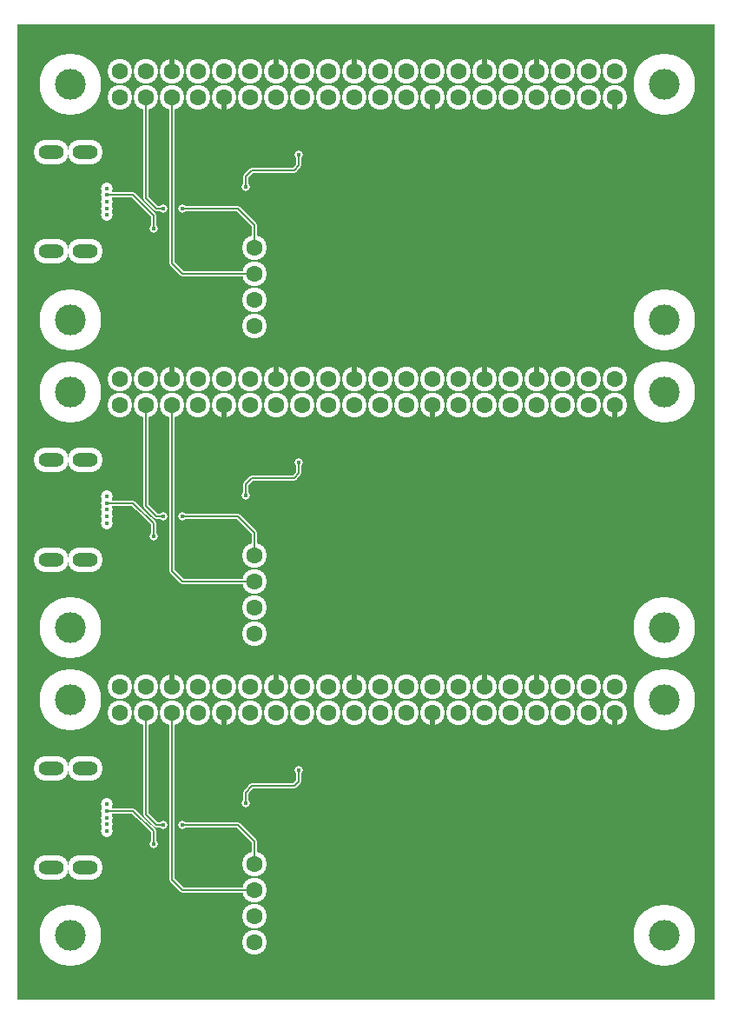
<source format=gbr>
%FSLAX34Y34*%
%MOMM*%
%LNSILK_TOP*%
G71*
G01*
%ADD10C, 6.00*%
%ADD11C, 2.40*%
%ADD12C, 1.20*%
%ADD13C, 0.80*%
%ADD14C, 0.55*%
%ADD15C, 0.53*%
%ADD16C, 3.00*%
%ADD17C, 1.60*%
%ADD18C, 1.40*%
%ADD19C, 0.40*%
%ADD20C, 0.15*%
%LPD*%
G36*
X0Y1000000D02*
X680000Y1000000D01*
X680000Y50000D01*
X0Y50000D01*
X0Y1000000D01*
G37*
%LPC*%
X51197Y941784D02*
G54D10*
D03*
X630634Y712391D02*
G54D10*
D03*
X51197Y712391D02*
G54D10*
D03*
X630634Y941784D02*
G54D10*
D03*
X582612Y954484D02*
G54D11*
D03*
X582611Y929081D02*
G54D11*
D03*
X557212Y954484D02*
G54D11*
D03*
X557212Y929084D02*
G54D11*
D03*
X531812Y954484D02*
G54D11*
D03*
X531812Y929084D02*
G54D11*
D03*
X506411Y954481D02*
G54D11*
D03*
X506412Y929084D02*
G54D11*
D03*
X481012Y954484D02*
G54D11*
D03*
X481012Y929084D02*
G54D11*
D03*
X455611Y954481D02*
G54D11*
D03*
X455612Y929084D02*
G54D11*
D03*
X430212Y954484D02*
G54D11*
D03*
X430212Y929084D02*
G54D11*
D03*
X404812Y954484D02*
G54D11*
D03*
X404811Y929081D02*
G54D11*
D03*
X379412Y954484D02*
G54D11*
D03*
X379412Y929084D02*
G54D11*
D03*
X354012Y954484D02*
G54D11*
D03*
X354012Y929084D02*
G54D11*
D03*
X328611Y954481D02*
G54D11*
D03*
X328612Y929084D02*
G54D11*
D03*
X303212Y954484D02*
G54D11*
D03*
X303212Y929084D02*
G54D11*
D03*
X277812Y954484D02*
G54D11*
D03*
X277812Y929084D02*
G54D11*
D03*
X252411Y954481D02*
G54D11*
D03*
X252412Y929084D02*
G54D11*
D03*
X227012Y954484D02*
G54D11*
D03*
X227012Y929084D02*
G54D11*
D03*
X201612Y954484D02*
G54D11*
D03*
X201611Y929081D02*
G54D11*
D03*
X176212Y954484D02*
G54D11*
D03*
X176212Y929084D02*
G54D11*
D03*
X150811Y954481D02*
G54D11*
D03*
X125412Y954484D02*
G54D11*
D03*
X100012Y954484D02*
G54D11*
D03*
X150812Y929084D02*
G54D11*
D03*
X125412Y929084D02*
G54D11*
D03*
X100012Y929084D02*
G54D11*
D03*
X38307Y875462D02*
G54D11*
D03*
X37910Y875462D02*
G54D11*
D03*
X37513Y875462D02*
G54D11*
D03*
X37116Y875462D02*
G54D11*
D03*
X36719Y875462D02*
G54D11*
D03*
X36322Y875462D02*
G54D11*
D03*
X35926Y875462D02*
G54D11*
D03*
X35529Y875462D02*
G54D11*
D03*
X35132Y875462D02*
G54D11*
D03*
X34735Y875462D02*
G54D11*
D03*
X34338Y875462D02*
G54D11*
D03*
X33941Y875462D02*
G54D11*
D03*
X33544Y875462D02*
G54D11*
D03*
X33147Y875462D02*
G54D11*
D03*
X32750Y875462D02*
G54D11*
D03*
X32354Y875462D02*
G54D11*
D03*
X32354Y875462D02*
G54D11*
D03*
X31957Y875462D02*
G54D11*
D03*
X31560Y875462D02*
G54D11*
D03*
X31163Y875462D02*
G54D11*
D03*
X30766Y875462D02*
G54D11*
D03*
X30369Y875462D02*
G54D11*
D03*
X29972Y875462D02*
G54D11*
D03*
X29576Y875462D02*
G54D11*
D03*
X29179Y875462D02*
G54D11*
D03*
X28782Y875462D02*
G54D11*
D03*
X28385Y875462D02*
G54D11*
D03*
X27988Y875462D02*
G54D11*
D03*
X27591Y875462D02*
G54D11*
D03*
X71247Y778625D02*
G54D11*
D03*
X70850Y778625D02*
G54D11*
D03*
X70454Y778625D02*
G54D11*
D03*
X70057Y778625D02*
G54D11*
D03*
X69660Y778625D02*
G54D11*
D03*
X69263Y778625D02*
G54D11*
D03*
X68866Y778625D02*
G54D11*
D03*
X68469Y778625D02*
G54D11*
D03*
X68072Y778625D02*
G54D11*
D03*
X67676Y778625D02*
G54D11*
D03*
X67279Y778625D02*
G54D11*
D03*
X66882Y778625D02*
G54D11*
D03*
X66485Y778625D02*
G54D11*
D03*
X66088Y778625D02*
G54D11*
D03*
X65691Y778625D02*
G54D11*
D03*
X65294Y778625D02*
G54D11*
D03*
X65294Y778625D02*
G54D11*
D03*
X64897Y778625D02*
G54D11*
D03*
X64500Y778625D02*
G54D11*
D03*
X64104Y778625D02*
G54D11*
D03*
X63707Y778625D02*
G54D11*
D03*
X63310Y778625D02*
G54D11*
D03*
X62913Y778625D02*
G54D11*
D03*
X62516Y778625D02*
G54D11*
D03*
X62119Y778625D02*
G54D11*
D03*
X61722Y778625D02*
G54D11*
D03*
X61326Y778625D02*
G54D11*
D03*
X60929Y778625D02*
G54D11*
D03*
X60532Y778625D02*
G54D11*
D03*
X71247Y875462D02*
G54D11*
D03*
X70850Y875462D02*
G54D11*
D03*
X70454Y875462D02*
G54D11*
D03*
X70057Y875462D02*
G54D11*
D03*
X69660Y875462D02*
G54D11*
D03*
X69263Y875462D02*
G54D11*
D03*
X68866Y875462D02*
G54D11*
D03*
X68469Y875462D02*
G54D11*
D03*
X68072Y875462D02*
G54D11*
D03*
X67676Y875462D02*
G54D11*
D03*
X67279Y875462D02*
G54D11*
D03*
X66882Y875462D02*
G54D11*
D03*
X66485Y875462D02*
G54D11*
D03*
X66088Y875462D02*
G54D11*
D03*
X65691Y875462D02*
G54D11*
D03*
X65294Y875462D02*
G54D11*
D03*
X65294Y875462D02*
G54D11*
D03*
X64897Y875462D02*
G54D11*
D03*
X64500Y875462D02*
G54D11*
D03*
X64104Y875462D02*
G54D11*
D03*
X63707Y875462D02*
G54D11*
D03*
X63310Y875462D02*
G54D11*
D03*
X62913Y875462D02*
G54D11*
D03*
X62516Y875462D02*
G54D11*
D03*
X62119Y875462D02*
G54D11*
D03*
X61722Y875462D02*
G54D11*
D03*
X61326Y875462D02*
G54D11*
D03*
X60929Y875462D02*
G54D11*
D03*
X60532Y875462D02*
G54D11*
D03*
X38307Y778625D02*
G54D11*
D03*
X37910Y778625D02*
G54D11*
D03*
X37513Y778625D02*
G54D11*
D03*
X37116Y778625D02*
G54D11*
D03*
X36719Y778625D02*
G54D11*
D03*
X36322Y778625D02*
G54D11*
D03*
X35926Y778625D02*
G54D11*
D03*
X35529Y778625D02*
G54D11*
D03*
X35132Y778625D02*
G54D11*
D03*
X34735Y778625D02*
G54D11*
D03*
X34338Y778625D02*
G54D11*
D03*
X33941Y778625D02*
G54D11*
D03*
X33544Y778625D02*
G54D11*
D03*
X33147Y778625D02*
G54D11*
D03*
X32750Y778625D02*
G54D11*
D03*
X32354Y778625D02*
G54D11*
D03*
X32354Y778625D02*
G54D11*
D03*
X31957Y778625D02*
G54D11*
D03*
X31560Y778625D02*
G54D11*
D03*
X31163Y778625D02*
G54D11*
D03*
X30766Y778625D02*
G54D11*
D03*
X30369Y778625D02*
G54D11*
D03*
X29972Y778625D02*
G54D11*
D03*
X29576Y778625D02*
G54D11*
D03*
X29179Y778625D02*
G54D11*
D03*
X28782Y778625D02*
G54D11*
D03*
X28385Y778625D02*
G54D11*
D03*
X27988Y778625D02*
G54D11*
D03*
X27591Y778625D02*
G54D11*
D03*
X87114Y833636D02*
G54D12*
D03*
X87114Y827088D02*
G54D12*
D03*
X274241Y873323D02*
G54D13*
D03*
X222250Y841375D02*
G54D13*
D03*
X87114Y840184D02*
G54D12*
D03*
X87114Y820738D02*
G54D12*
D03*
X87114Y814189D02*
G54D12*
D03*
G54D14*
X222250Y841375D02*
X222250Y851694D01*
X228600Y858044D01*
X269875Y858044D01*
X274638Y862806D01*
X274638Y872927D01*
X274241Y873323D01*
X142081Y820341D02*
G54D13*
D03*
X161131Y820341D02*
G54D13*
D03*
G54D14*
X150812Y929084D02*
X150812Y767159D01*
X161131Y756841D01*
X230981Y756841D01*
X230981Y782241D02*
G54D11*
D03*
X230981Y756841D02*
G54D11*
D03*
X230981Y731441D02*
G54D11*
D03*
X230981Y706041D02*
G54D11*
D03*
G54D14*
X125412Y929084D02*
X125412Y830659D01*
X135731Y820341D01*
X142081Y820341D01*
G54D14*
X161131Y820341D02*
X215106Y820341D01*
X230981Y804466D01*
X230981Y782241D01*
X132581Y801266D02*
G54D13*
D03*
G54D14*
X87114Y833636D02*
X112911Y833636D01*
X132556Y813991D01*
X132556Y801291D01*
X132581Y801266D01*
X51197Y641747D02*
G54D10*
D03*
X630634Y412353D02*
G54D10*
D03*
X51197Y412353D02*
G54D10*
D03*
X630634Y641747D02*
G54D10*
D03*
X582612Y654447D02*
G54D11*
D03*
X582611Y629043D02*
G54D11*
D03*
X557212Y654447D02*
G54D11*
D03*
X557212Y629047D02*
G54D11*
D03*
X531812Y654447D02*
G54D11*
D03*
X531812Y629047D02*
G54D11*
D03*
X506411Y654443D02*
G54D11*
D03*
X506412Y629047D02*
G54D11*
D03*
X481012Y654447D02*
G54D11*
D03*
X481012Y629047D02*
G54D11*
D03*
X455611Y654443D02*
G54D11*
D03*
X455612Y629047D02*
G54D11*
D03*
X430212Y654447D02*
G54D11*
D03*
X430212Y629047D02*
G54D11*
D03*
X404812Y654447D02*
G54D11*
D03*
X404811Y629043D02*
G54D11*
D03*
X379412Y654447D02*
G54D11*
D03*
X379412Y629047D02*
G54D11*
D03*
X354012Y654447D02*
G54D11*
D03*
X354012Y629047D02*
G54D11*
D03*
X328611Y654443D02*
G54D11*
D03*
X328612Y629047D02*
G54D11*
D03*
X303212Y654447D02*
G54D11*
D03*
X303212Y629047D02*
G54D11*
D03*
X277812Y654447D02*
G54D11*
D03*
X277812Y629047D02*
G54D11*
D03*
X252411Y654443D02*
G54D11*
D03*
X252412Y629047D02*
G54D11*
D03*
X227012Y654447D02*
G54D11*
D03*
X227012Y629047D02*
G54D11*
D03*
X201612Y654447D02*
G54D11*
D03*
X201611Y629043D02*
G54D11*
D03*
X176212Y654447D02*
G54D11*
D03*
X176212Y629047D02*
G54D11*
D03*
X150811Y654443D02*
G54D11*
D03*
X125412Y654447D02*
G54D11*
D03*
X100012Y654447D02*
G54D11*
D03*
X150812Y629047D02*
G54D11*
D03*
X125412Y629047D02*
G54D11*
D03*
X100012Y629047D02*
G54D11*
D03*
X38307Y575425D02*
G54D11*
D03*
X37910Y575425D02*
G54D11*
D03*
X37513Y575425D02*
G54D11*
D03*
X37116Y575425D02*
G54D11*
D03*
X36719Y575425D02*
G54D11*
D03*
X36322Y575425D02*
G54D11*
D03*
X35926Y575425D02*
G54D11*
D03*
X35529Y575425D02*
G54D11*
D03*
X35132Y575425D02*
G54D11*
D03*
X34735Y575425D02*
G54D11*
D03*
X34338Y575425D02*
G54D11*
D03*
X33941Y575425D02*
G54D11*
D03*
X33544Y575425D02*
G54D11*
D03*
X33147Y575425D02*
G54D11*
D03*
X32750Y575425D02*
G54D11*
D03*
X32354Y575425D02*
G54D11*
D03*
X32354Y575425D02*
G54D11*
D03*
X31957Y575425D02*
G54D11*
D03*
X31560Y575425D02*
G54D11*
D03*
X31163Y575425D02*
G54D11*
D03*
X30766Y575425D02*
G54D11*
D03*
X30369Y575425D02*
G54D11*
D03*
X29972Y575425D02*
G54D11*
D03*
X29576Y575425D02*
G54D11*
D03*
X29179Y575425D02*
G54D11*
D03*
X28782Y575425D02*
G54D11*
D03*
X28385Y575425D02*
G54D11*
D03*
X27988Y575425D02*
G54D11*
D03*
X27591Y575425D02*
G54D11*
D03*
X71247Y478588D02*
G54D11*
D03*
X70850Y478588D02*
G54D11*
D03*
X70454Y478588D02*
G54D11*
D03*
X70057Y478588D02*
G54D11*
D03*
X69660Y478588D02*
G54D11*
D03*
X69263Y478588D02*
G54D11*
D03*
X68866Y478588D02*
G54D11*
D03*
X68469Y478588D02*
G54D11*
D03*
X68072Y478588D02*
G54D11*
D03*
X67676Y478588D02*
G54D11*
D03*
X67279Y478588D02*
G54D11*
D03*
X66882Y478588D02*
G54D11*
D03*
X66485Y478588D02*
G54D11*
D03*
X66088Y478588D02*
G54D11*
D03*
X65691Y478588D02*
G54D11*
D03*
X65294Y478588D02*
G54D11*
D03*
X65294Y478588D02*
G54D11*
D03*
X64897Y478588D02*
G54D11*
D03*
X64500Y478588D02*
G54D11*
D03*
X64104Y478588D02*
G54D11*
D03*
X63707Y478588D02*
G54D11*
D03*
X63310Y478588D02*
G54D11*
D03*
X62913Y478588D02*
G54D11*
D03*
X62516Y478588D02*
G54D11*
D03*
X62119Y478588D02*
G54D11*
D03*
X61722Y478588D02*
G54D11*
D03*
X61326Y478588D02*
G54D11*
D03*
X60929Y478588D02*
G54D11*
D03*
X60532Y478588D02*
G54D11*
D03*
X71247Y575425D02*
G54D11*
D03*
X70850Y575425D02*
G54D11*
D03*
X70454Y575425D02*
G54D11*
D03*
X70057Y575425D02*
G54D11*
D03*
X69660Y575425D02*
G54D11*
D03*
X69263Y575425D02*
G54D11*
D03*
X68866Y575425D02*
G54D11*
D03*
X68469Y575425D02*
G54D11*
D03*
X68072Y575425D02*
G54D11*
D03*
X67676Y575425D02*
G54D11*
D03*
X67279Y575425D02*
G54D11*
D03*
X66882Y575425D02*
G54D11*
D03*
X66485Y575425D02*
G54D11*
D03*
X66088Y575425D02*
G54D11*
D03*
X65691Y575425D02*
G54D11*
D03*
X65294Y575425D02*
G54D11*
D03*
X65294Y575425D02*
G54D11*
D03*
X64897Y575425D02*
G54D11*
D03*
X64500Y575425D02*
G54D11*
D03*
X64104Y575425D02*
G54D11*
D03*
X63707Y575425D02*
G54D11*
D03*
X63310Y575425D02*
G54D11*
D03*
X62913Y575425D02*
G54D11*
D03*
X62516Y575425D02*
G54D11*
D03*
X62119Y575425D02*
G54D11*
D03*
X61722Y575425D02*
G54D11*
D03*
X61326Y575425D02*
G54D11*
D03*
X60929Y575425D02*
G54D11*
D03*
X60532Y575425D02*
G54D11*
D03*
X38307Y478588D02*
G54D11*
D03*
X37910Y478588D02*
G54D11*
D03*
X37513Y478588D02*
G54D11*
D03*
X37116Y478588D02*
G54D11*
D03*
X36719Y478588D02*
G54D11*
D03*
X36322Y478588D02*
G54D11*
D03*
X35926Y478588D02*
G54D11*
D03*
X35529Y478588D02*
G54D11*
D03*
X35132Y478588D02*
G54D11*
D03*
X34735Y478588D02*
G54D11*
D03*
X34338Y478588D02*
G54D11*
D03*
X33941Y478588D02*
G54D11*
D03*
X33544Y478588D02*
G54D11*
D03*
X33147Y478588D02*
G54D11*
D03*
X32750Y478588D02*
G54D11*
D03*
X32354Y478588D02*
G54D11*
D03*
X32354Y478588D02*
G54D11*
D03*
X31957Y478588D02*
G54D11*
D03*
X31560Y478588D02*
G54D11*
D03*
X31163Y478588D02*
G54D11*
D03*
X30766Y478588D02*
G54D11*
D03*
X30369Y478588D02*
G54D11*
D03*
X29972Y478588D02*
G54D11*
D03*
X29576Y478588D02*
G54D11*
D03*
X29179Y478588D02*
G54D11*
D03*
X28782Y478588D02*
G54D11*
D03*
X28385Y478588D02*
G54D11*
D03*
X27988Y478588D02*
G54D11*
D03*
X27591Y478588D02*
G54D11*
D03*
X87114Y533598D02*
G54D12*
D03*
X87114Y527050D02*
G54D12*
D03*
X274241Y573286D02*
G54D13*
D03*
X222250Y541338D02*
G54D13*
D03*
X87114Y540147D02*
G54D12*
D03*
X87114Y520700D02*
G54D12*
D03*
X87114Y514152D02*
G54D12*
D03*
G54D14*
X222250Y541338D02*
X222250Y551656D01*
X228600Y558006D01*
X269875Y558006D01*
X274638Y562769D01*
X274638Y572889D01*
X274241Y573286D01*
X142081Y520303D02*
G54D13*
D03*
X161131Y520303D02*
G54D13*
D03*
G54D14*
X150812Y629047D02*
X150812Y467122D01*
X161131Y456803D01*
X230981Y456803D01*
X230981Y482203D02*
G54D11*
D03*
X230981Y456803D02*
G54D11*
D03*
X230981Y431403D02*
G54D11*
D03*
X230981Y406003D02*
G54D11*
D03*
G54D14*
X125412Y629047D02*
X125412Y530622D01*
X135731Y520303D01*
X142081Y520303D01*
G54D14*
X161131Y520303D02*
X215106Y520303D01*
X230981Y504428D01*
X230981Y482203D01*
X132581Y501228D02*
G54D13*
D03*
G54D14*
X87114Y533598D02*
X112911Y533598D01*
X132556Y513953D01*
X132556Y501253D01*
X132581Y501228D01*
X51197Y341709D02*
G54D10*
D03*
X630634Y112316D02*
G54D10*
D03*
X51197Y112316D02*
G54D10*
D03*
X630634Y341709D02*
G54D10*
D03*
X582612Y354409D02*
G54D11*
D03*
X582611Y329006D02*
G54D11*
D03*
X557212Y354409D02*
G54D11*
D03*
X557212Y329009D02*
G54D11*
D03*
X531812Y354409D02*
G54D11*
D03*
X531812Y329009D02*
G54D11*
D03*
X506411Y354406D02*
G54D11*
D03*
X506412Y329009D02*
G54D11*
D03*
X481012Y354409D02*
G54D11*
D03*
X481012Y329009D02*
G54D11*
D03*
X455611Y354406D02*
G54D11*
D03*
X455612Y329009D02*
G54D11*
D03*
X430212Y354409D02*
G54D11*
D03*
X430212Y329009D02*
G54D11*
D03*
X404812Y354409D02*
G54D11*
D03*
X404811Y329006D02*
G54D11*
D03*
X379412Y354409D02*
G54D11*
D03*
X379412Y329009D02*
G54D11*
D03*
X354012Y354409D02*
G54D11*
D03*
X354012Y329009D02*
G54D11*
D03*
X328611Y354406D02*
G54D11*
D03*
X328612Y329009D02*
G54D11*
D03*
X303212Y354409D02*
G54D11*
D03*
X303212Y329009D02*
G54D11*
D03*
X277812Y354409D02*
G54D11*
D03*
X277812Y329009D02*
G54D11*
D03*
X252411Y354406D02*
G54D11*
D03*
X252412Y329009D02*
G54D11*
D03*
X227012Y354409D02*
G54D11*
D03*
X227012Y329009D02*
G54D11*
D03*
X201612Y354409D02*
G54D11*
D03*
X201611Y329006D02*
G54D11*
D03*
X176212Y354409D02*
G54D11*
D03*
X176212Y329009D02*
G54D11*
D03*
X150811Y354406D02*
G54D11*
D03*
X125412Y354409D02*
G54D11*
D03*
X100012Y354409D02*
G54D11*
D03*
X150812Y329009D02*
G54D11*
D03*
X125412Y329009D02*
G54D11*
D03*
X100012Y329009D02*
G54D11*
D03*
X38307Y275388D02*
G54D11*
D03*
X37910Y275388D02*
G54D11*
D03*
X37513Y275388D02*
G54D11*
D03*
X37116Y275388D02*
G54D11*
D03*
X36719Y275388D02*
G54D11*
D03*
X36322Y275388D02*
G54D11*
D03*
X35926Y275388D02*
G54D11*
D03*
X35529Y275388D02*
G54D11*
D03*
X35132Y275388D02*
G54D11*
D03*
X34735Y275388D02*
G54D11*
D03*
X34338Y275388D02*
G54D11*
D03*
X33941Y275388D02*
G54D11*
D03*
X33544Y275388D02*
G54D11*
D03*
X33147Y275388D02*
G54D11*
D03*
X32750Y275388D02*
G54D11*
D03*
X32354Y275388D02*
G54D11*
D03*
X32354Y275388D02*
G54D11*
D03*
X31957Y275388D02*
G54D11*
D03*
X31560Y275388D02*
G54D11*
D03*
X31163Y275388D02*
G54D11*
D03*
X30766Y275388D02*
G54D11*
D03*
X30369Y275388D02*
G54D11*
D03*
X29972Y275388D02*
G54D11*
D03*
X29576Y275388D02*
G54D11*
D03*
X29179Y275388D02*
G54D11*
D03*
X28782Y275388D02*
G54D11*
D03*
X28385Y275388D02*
G54D11*
D03*
X27988Y275388D02*
G54D11*
D03*
X27591Y275388D02*
G54D11*
D03*
X71247Y178550D02*
G54D11*
D03*
X70850Y178550D02*
G54D11*
D03*
X70454Y178550D02*
G54D11*
D03*
X70057Y178550D02*
G54D11*
D03*
X69660Y178550D02*
G54D11*
D03*
X69263Y178550D02*
G54D11*
D03*
X68866Y178550D02*
G54D11*
D03*
X68469Y178550D02*
G54D11*
D03*
X68072Y178550D02*
G54D11*
D03*
X67676Y178550D02*
G54D11*
D03*
X67279Y178550D02*
G54D11*
D03*
X66882Y178550D02*
G54D11*
D03*
X66485Y178550D02*
G54D11*
D03*
X66088Y178550D02*
G54D11*
D03*
X65691Y178550D02*
G54D11*
D03*
X65294Y178550D02*
G54D11*
D03*
X65294Y178550D02*
G54D11*
D03*
X64897Y178550D02*
G54D11*
D03*
X64500Y178550D02*
G54D11*
D03*
X64104Y178550D02*
G54D11*
D03*
X63707Y178550D02*
G54D11*
D03*
X63310Y178550D02*
G54D11*
D03*
X62913Y178550D02*
G54D11*
D03*
X62516Y178550D02*
G54D11*
D03*
X62119Y178550D02*
G54D11*
D03*
X61722Y178550D02*
G54D11*
D03*
X61326Y178550D02*
G54D11*
D03*
X60929Y178550D02*
G54D11*
D03*
X60532Y178550D02*
G54D11*
D03*
X71247Y275388D02*
G54D11*
D03*
X70850Y275388D02*
G54D11*
D03*
X70454Y275388D02*
G54D11*
D03*
X70057Y275388D02*
G54D11*
D03*
X69660Y275388D02*
G54D11*
D03*
X69263Y275388D02*
G54D11*
D03*
X68866Y275388D02*
G54D11*
D03*
X68469Y275388D02*
G54D11*
D03*
X68072Y275388D02*
G54D11*
D03*
X67676Y275388D02*
G54D11*
D03*
X67279Y275388D02*
G54D11*
D03*
X66882Y275388D02*
G54D11*
D03*
X66485Y275388D02*
G54D11*
D03*
X66088Y275388D02*
G54D11*
D03*
X65691Y275388D02*
G54D11*
D03*
X65294Y275388D02*
G54D11*
D03*
X65294Y275388D02*
G54D11*
D03*
X64897Y275388D02*
G54D11*
D03*
X64500Y275388D02*
G54D11*
D03*
X64104Y275388D02*
G54D11*
D03*
X63707Y275388D02*
G54D11*
D03*
X63310Y275388D02*
G54D11*
D03*
X62913Y275388D02*
G54D11*
D03*
X62516Y275388D02*
G54D11*
D03*
X62119Y275388D02*
G54D11*
D03*
X61722Y275388D02*
G54D11*
D03*
X61326Y275388D02*
G54D11*
D03*
X60929Y275388D02*
G54D11*
D03*
X60532Y275388D02*
G54D11*
D03*
X38307Y178550D02*
G54D11*
D03*
X37910Y178550D02*
G54D11*
D03*
X37513Y178550D02*
G54D11*
D03*
X37116Y178550D02*
G54D11*
D03*
X36719Y178550D02*
G54D11*
D03*
X36322Y178550D02*
G54D11*
D03*
X35926Y178550D02*
G54D11*
D03*
X35529Y178550D02*
G54D11*
D03*
X35132Y178550D02*
G54D11*
D03*
X34735Y178550D02*
G54D11*
D03*
X34338Y178550D02*
G54D11*
D03*
X33941Y178550D02*
G54D11*
D03*
X33544Y178550D02*
G54D11*
D03*
X33147Y178550D02*
G54D11*
D03*
X32750Y178550D02*
G54D11*
D03*
X32354Y178550D02*
G54D11*
D03*
X32354Y178550D02*
G54D11*
D03*
X31957Y178550D02*
G54D11*
D03*
X31560Y178550D02*
G54D11*
D03*
X31163Y178550D02*
G54D11*
D03*
X30766Y178550D02*
G54D11*
D03*
X30369Y178550D02*
G54D11*
D03*
X29972Y178550D02*
G54D11*
D03*
X29576Y178550D02*
G54D11*
D03*
X29179Y178550D02*
G54D11*
D03*
X28782Y178550D02*
G54D11*
D03*
X28385Y178550D02*
G54D11*
D03*
X27988Y178550D02*
G54D11*
D03*
X27591Y178550D02*
G54D11*
D03*
X87114Y233561D02*
G54D12*
D03*
X87114Y227012D02*
G54D12*
D03*
X274241Y273248D02*
G54D13*
D03*
X222250Y241300D02*
G54D13*
D03*
X87114Y240109D02*
G54D12*
D03*
X87114Y220662D02*
G54D12*
D03*
X87114Y214114D02*
G54D12*
D03*
G54D14*
X222250Y241300D02*
X222250Y251619D01*
X228600Y257969D01*
X269875Y257969D01*
X274638Y262731D01*
X274638Y272852D01*
X274241Y273248D01*
X142081Y220266D02*
G54D13*
D03*
X161131Y220266D02*
G54D13*
D03*
G54D14*
X150812Y329009D02*
X150812Y167084D01*
X161131Y156766D01*
X230981Y156766D01*
X230981Y182166D02*
G54D11*
D03*
X230981Y156766D02*
G54D11*
D03*
X230981Y131366D02*
G54D11*
D03*
X230981Y105966D02*
G54D11*
D03*
G54D14*
X125412Y329009D02*
X125412Y230584D01*
X135731Y220266D01*
X142081Y220266D01*
G54D14*
X161131Y220266D02*
X215106Y220266D01*
X230981Y204391D01*
X230981Y182166D01*
X132581Y201191D02*
G54D13*
D03*
G54D14*
X87114Y233561D02*
X112911Y233561D01*
X132556Y213916D01*
X132556Y201216D01*
X132581Y201191D01*
%LPD*%
G54D15*
G36*
X585278Y929081D02*
X585278Y916581D01*
X579945Y916581D01*
X579945Y929081D01*
X585278Y929081D01*
G37*
G54D15*
G36*
X503745Y954481D02*
X503745Y966981D01*
X509078Y966981D01*
X509078Y954481D01*
X503745Y954481D01*
G37*
G54D15*
G36*
X452945Y954481D02*
X452945Y966981D01*
X458278Y966981D01*
X458278Y954481D01*
X452945Y954481D01*
G37*
G54D15*
G36*
X407478Y929081D02*
X407478Y916581D01*
X402145Y916581D01*
X402145Y929081D01*
X407478Y929081D01*
G37*
G54D15*
G36*
X325945Y954481D02*
X325945Y966981D01*
X331278Y966981D01*
X331278Y954481D01*
X325945Y954481D01*
G37*
G54D15*
G36*
X249745Y954481D02*
X249745Y966981D01*
X255078Y966981D01*
X255078Y954481D01*
X249745Y954481D01*
G37*
G54D15*
G36*
X204278Y929081D02*
X204278Y916581D01*
X198945Y916581D01*
X198945Y929081D01*
X204278Y929081D01*
G37*
G54D15*
G36*
X148145Y954481D02*
X148145Y966981D01*
X153478Y966981D01*
X153478Y954481D01*
X148145Y954481D01*
G37*
G54D15*
G36*
X585278Y629043D02*
X585278Y616543D01*
X579945Y616543D01*
X579945Y629043D01*
X585278Y629043D01*
G37*
G54D15*
G36*
X503745Y654443D02*
X503745Y666943D01*
X509078Y666943D01*
X509078Y654443D01*
X503745Y654443D01*
G37*
G54D15*
G36*
X452945Y654443D02*
X452945Y666943D01*
X458278Y666943D01*
X458278Y654443D01*
X452945Y654443D01*
G37*
G54D15*
G36*
X407478Y629043D02*
X407478Y616543D01*
X402145Y616543D01*
X402145Y629043D01*
X407478Y629043D01*
G37*
G54D15*
G36*
X325945Y654443D02*
X325945Y666943D01*
X331278Y666943D01*
X331278Y654443D01*
X325945Y654443D01*
G37*
G54D15*
G36*
X249745Y654443D02*
X249745Y666943D01*
X255078Y666943D01*
X255078Y654443D01*
X249745Y654443D01*
G37*
G54D15*
G36*
X204278Y629043D02*
X204278Y616543D01*
X198945Y616543D01*
X198945Y629043D01*
X204278Y629043D01*
G37*
G54D15*
G36*
X148145Y654443D02*
X148145Y666943D01*
X153478Y666943D01*
X153478Y654443D01*
X148145Y654443D01*
G37*
G54D15*
G36*
X585278Y329006D02*
X585278Y316506D01*
X579945Y316506D01*
X579945Y329006D01*
X585278Y329006D01*
G37*
G54D15*
G36*
X503745Y354406D02*
X503745Y366906D01*
X509078Y366906D01*
X509078Y354406D01*
X503745Y354406D01*
G37*
G54D15*
G36*
X452945Y354406D02*
X452945Y366906D01*
X458278Y366906D01*
X458278Y354406D01*
X452945Y354406D01*
G37*
G54D15*
G36*
X407478Y329006D02*
X407478Y316506D01*
X402145Y316506D01*
X402145Y329006D01*
X407478Y329006D01*
G37*
G54D15*
G36*
X325945Y354406D02*
X325945Y366906D01*
X331278Y366906D01*
X331278Y354406D01*
X325945Y354406D01*
G37*
G54D15*
G36*
X249745Y354406D02*
X249745Y366906D01*
X255078Y366906D01*
X255078Y354406D01*
X249745Y354406D01*
G37*
G54D15*
G36*
X204278Y329006D02*
X204278Y316506D01*
X198945Y316506D01*
X198945Y329006D01*
X204278Y329006D01*
G37*
G54D15*
G36*
X148145Y354406D02*
X148145Y366906D01*
X153478Y366906D01*
X153478Y354406D01*
X148145Y354406D01*
G37*
X51197Y941784D02*
G54D16*
D03*
X630634Y712391D02*
G54D16*
D03*
X51197Y712391D02*
G54D16*
D03*
X630634Y941784D02*
G54D16*
D03*
X582612Y954484D02*
G54D17*
D03*
X582611Y929081D02*
G54D17*
D03*
X557212Y954484D02*
G54D17*
D03*
X557212Y929084D02*
G54D17*
D03*
X531812Y954484D02*
G54D17*
D03*
X531812Y929084D02*
G54D17*
D03*
X506411Y954481D02*
G54D17*
D03*
X506412Y929084D02*
G54D17*
D03*
X481012Y954484D02*
G54D17*
D03*
X481012Y929084D02*
G54D17*
D03*
X455611Y954481D02*
G54D17*
D03*
X455612Y929084D02*
G54D17*
D03*
X430212Y954484D02*
G54D17*
D03*
X430212Y929084D02*
G54D17*
D03*
X404812Y954484D02*
G54D17*
D03*
X404811Y929081D02*
G54D17*
D03*
X379412Y954484D02*
G54D17*
D03*
X379412Y929084D02*
G54D17*
D03*
X354012Y954484D02*
G54D17*
D03*
X354012Y929084D02*
G54D17*
D03*
X328611Y954481D02*
G54D17*
D03*
X328612Y929084D02*
G54D17*
D03*
X303212Y954484D02*
G54D17*
D03*
X303212Y929084D02*
G54D17*
D03*
X277812Y954484D02*
G54D17*
D03*
X277812Y929084D02*
G54D17*
D03*
X252411Y954481D02*
G54D17*
D03*
X252412Y929084D02*
G54D17*
D03*
X227012Y954484D02*
G54D17*
D03*
X227012Y929084D02*
G54D17*
D03*
X201612Y954484D02*
G54D17*
D03*
X201611Y929081D02*
G54D17*
D03*
X176212Y954484D02*
G54D17*
D03*
X176212Y929084D02*
G54D17*
D03*
X150811Y954481D02*
G54D17*
D03*
X125412Y954484D02*
G54D17*
D03*
X100012Y954484D02*
G54D17*
D03*
X150812Y929084D02*
G54D17*
D03*
X125412Y929084D02*
G54D17*
D03*
X100012Y929084D02*
G54D17*
D03*
X38307Y875462D02*
G54D18*
D03*
X37910Y875462D02*
G54D18*
D03*
X37513Y875462D02*
G54D18*
D03*
X37116Y875462D02*
G54D18*
D03*
X36719Y875462D02*
G54D18*
D03*
X36322Y875462D02*
G54D18*
D03*
X35926Y875462D02*
G54D18*
D03*
X35529Y875462D02*
G54D18*
D03*
X35132Y875462D02*
G54D18*
D03*
X34735Y875462D02*
G54D18*
D03*
X34338Y875462D02*
G54D18*
D03*
X33941Y875462D02*
G54D18*
D03*
X33544Y875462D02*
G54D18*
D03*
X33147Y875462D02*
G54D18*
D03*
X32750Y875462D02*
G54D18*
D03*
X32354Y875462D02*
G54D18*
D03*
X32354Y875462D02*
G54D18*
D03*
X31957Y875462D02*
G54D18*
D03*
X31560Y875462D02*
G54D18*
D03*
X31163Y875462D02*
G54D18*
D03*
X30766Y875462D02*
G54D18*
D03*
X30369Y875462D02*
G54D18*
D03*
X29972Y875462D02*
G54D18*
D03*
X29576Y875462D02*
G54D18*
D03*
X29179Y875462D02*
G54D18*
D03*
X28782Y875462D02*
G54D18*
D03*
X28385Y875462D02*
G54D18*
D03*
X27988Y875462D02*
G54D18*
D03*
X27591Y875462D02*
G54D18*
D03*
X71247Y778625D02*
G54D18*
D03*
X70850Y778625D02*
G54D18*
D03*
X70454Y778625D02*
G54D18*
D03*
X70057Y778625D02*
G54D18*
D03*
X69660Y778625D02*
G54D18*
D03*
X69263Y778625D02*
G54D18*
D03*
X68866Y778625D02*
G54D18*
D03*
X68469Y778625D02*
G54D18*
D03*
X68072Y778625D02*
G54D18*
D03*
X67676Y778625D02*
G54D18*
D03*
X67279Y778625D02*
G54D18*
D03*
X66882Y778625D02*
G54D18*
D03*
X66485Y778625D02*
G54D18*
D03*
X66088Y778625D02*
G54D18*
D03*
X65691Y778625D02*
G54D18*
D03*
X65294Y778625D02*
G54D18*
D03*
X65294Y778625D02*
G54D18*
D03*
X64897Y778625D02*
G54D18*
D03*
X64500Y778625D02*
G54D18*
D03*
X64104Y778625D02*
G54D18*
D03*
X63707Y778625D02*
G54D18*
D03*
X63310Y778625D02*
G54D18*
D03*
X62913Y778625D02*
G54D18*
D03*
X62516Y778625D02*
G54D18*
D03*
X62119Y778625D02*
G54D18*
D03*
X61722Y778625D02*
G54D18*
D03*
X61326Y778625D02*
G54D18*
D03*
X60929Y778625D02*
G54D18*
D03*
X60532Y778625D02*
G54D18*
D03*
X71247Y875462D02*
G54D18*
D03*
X70850Y875462D02*
G54D18*
D03*
X70454Y875462D02*
G54D18*
D03*
X70057Y875462D02*
G54D18*
D03*
X69660Y875462D02*
G54D18*
D03*
X69263Y875462D02*
G54D18*
D03*
X68866Y875462D02*
G54D18*
D03*
X68469Y875462D02*
G54D18*
D03*
X68072Y875462D02*
G54D18*
D03*
X67676Y875462D02*
G54D18*
D03*
X67279Y875462D02*
G54D18*
D03*
X66882Y875462D02*
G54D18*
D03*
X66485Y875462D02*
G54D18*
D03*
X66088Y875462D02*
G54D18*
D03*
X65691Y875462D02*
G54D18*
D03*
X65294Y875462D02*
G54D18*
D03*
X65294Y875462D02*
G54D18*
D03*
X64897Y875462D02*
G54D18*
D03*
X64500Y875462D02*
G54D18*
D03*
X64104Y875462D02*
G54D18*
D03*
X63707Y875462D02*
G54D18*
D03*
X63310Y875462D02*
G54D18*
D03*
X62913Y875462D02*
G54D18*
D03*
X62516Y875462D02*
G54D18*
D03*
X62119Y875462D02*
G54D18*
D03*
X61722Y875462D02*
G54D18*
D03*
X61326Y875462D02*
G54D18*
D03*
X60929Y875462D02*
G54D18*
D03*
X60532Y875462D02*
G54D18*
D03*
X38307Y778625D02*
G54D18*
D03*
X37910Y778625D02*
G54D18*
D03*
X37513Y778625D02*
G54D18*
D03*
X37116Y778625D02*
G54D18*
D03*
X36719Y778625D02*
G54D18*
D03*
X36322Y778625D02*
G54D18*
D03*
X35926Y778625D02*
G54D18*
D03*
X35529Y778625D02*
G54D18*
D03*
X35132Y778625D02*
G54D18*
D03*
X34735Y778625D02*
G54D18*
D03*
X34338Y778625D02*
G54D18*
D03*
X33941Y778625D02*
G54D18*
D03*
X33544Y778625D02*
G54D18*
D03*
X33147Y778625D02*
G54D18*
D03*
X32750Y778625D02*
G54D18*
D03*
X32354Y778625D02*
G54D18*
D03*
X32354Y778625D02*
G54D18*
D03*
X31957Y778625D02*
G54D18*
D03*
X31560Y778625D02*
G54D18*
D03*
X31163Y778625D02*
G54D18*
D03*
X30766Y778625D02*
G54D18*
D03*
X30369Y778625D02*
G54D18*
D03*
X29972Y778625D02*
G54D18*
D03*
X29576Y778625D02*
G54D18*
D03*
X29179Y778625D02*
G54D18*
D03*
X28782Y778625D02*
G54D18*
D03*
X28385Y778625D02*
G54D18*
D03*
X27988Y778625D02*
G54D18*
D03*
X27591Y778625D02*
G54D18*
D03*
X87114Y833636D02*
G54D19*
D03*
X87114Y827088D02*
G54D19*
D03*
X274241Y873323D02*
G54D19*
D03*
X222250Y841375D02*
G54D19*
D03*
X87114Y840184D02*
G54D19*
D03*
X87114Y820738D02*
G54D19*
D03*
X87114Y814189D02*
G54D19*
D03*
G54D20*
X222250Y841375D02*
X222250Y851694D01*
X228600Y858044D01*
X269875Y858044D01*
X274638Y862806D01*
X274638Y872927D01*
X274241Y873323D01*
X142081Y820341D02*
G54D19*
D03*
X161131Y820341D02*
G54D19*
D03*
G54D20*
X150812Y929084D02*
X150812Y767159D01*
X161131Y756841D01*
X230981Y756841D01*
X230981Y782241D02*
G54D17*
D03*
X230981Y756841D02*
G54D17*
D03*
X230981Y731441D02*
G54D17*
D03*
X230981Y706041D02*
G54D17*
D03*
G54D20*
X125412Y929084D02*
X125412Y830659D01*
X135731Y820341D01*
X142081Y820341D01*
G54D20*
X161131Y820341D02*
X215106Y820341D01*
X230981Y804466D01*
X230981Y782241D01*
X132581Y801266D02*
G54D19*
D03*
G54D20*
X87114Y833636D02*
X112911Y833636D01*
X132556Y813991D01*
X132556Y801291D01*
X132581Y801266D01*
X51197Y641747D02*
G54D16*
D03*
X630634Y412353D02*
G54D16*
D03*
X51197Y412353D02*
G54D16*
D03*
X630634Y641747D02*
G54D16*
D03*
X582612Y654447D02*
G54D17*
D03*
X582611Y629043D02*
G54D17*
D03*
X557212Y654447D02*
G54D17*
D03*
X557212Y629047D02*
G54D17*
D03*
X531812Y654447D02*
G54D17*
D03*
X531812Y629047D02*
G54D17*
D03*
X506411Y654443D02*
G54D17*
D03*
X506412Y629047D02*
G54D17*
D03*
X481012Y654447D02*
G54D17*
D03*
X481012Y629047D02*
G54D17*
D03*
X455611Y654443D02*
G54D17*
D03*
X455612Y629047D02*
G54D17*
D03*
X430212Y654447D02*
G54D17*
D03*
X430212Y629047D02*
G54D17*
D03*
X404812Y654447D02*
G54D17*
D03*
X404811Y629043D02*
G54D17*
D03*
X379412Y654447D02*
G54D17*
D03*
X379412Y629047D02*
G54D17*
D03*
X354012Y654447D02*
G54D17*
D03*
X354012Y629047D02*
G54D17*
D03*
X328611Y654443D02*
G54D17*
D03*
X328612Y629047D02*
G54D17*
D03*
X303212Y654447D02*
G54D17*
D03*
X303212Y629047D02*
G54D17*
D03*
X277812Y654447D02*
G54D17*
D03*
X277812Y629047D02*
G54D17*
D03*
X252411Y654443D02*
G54D17*
D03*
X252412Y629047D02*
G54D17*
D03*
X227012Y654447D02*
G54D17*
D03*
X227012Y629047D02*
G54D17*
D03*
X201612Y654447D02*
G54D17*
D03*
X201611Y629043D02*
G54D17*
D03*
X176212Y654447D02*
G54D17*
D03*
X176212Y629047D02*
G54D17*
D03*
X150811Y654443D02*
G54D17*
D03*
X125412Y654447D02*
G54D17*
D03*
X100012Y654447D02*
G54D17*
D03*
X150812Y629047D02*
G54D17*
D03*
X125412Y629047D02*
G54D17*
D03*
X100012Y629047D02*
G54D17*
D03*
X38307Y575425D02*
G54D18*
D03*
X37910Y575425D02*
G54D18*
D03*
X37513Y575425D02*
G54D18*
D03*
X37116Y575425D02*
G54D18*
D03*
X36719Y575425D02*
G54D18*
D03*
X36322Y575425D02*
G54D18*
D03*
X35926Y575425D02*
G54D18*
D03*
X35529Y575425D02*
G54D18*
D03*
X35132Y575425D02*
G54D18*
D03*
X34735Y575425D02*
G54D18*
D03*
X34338Y575425D02*
G54D18*
D03*
X33941Y575425D02*
G54D18*
D03*
X33544Y575425D02*
G54D18*
D03*
X33147Y575425D02*
G54D18*
D03*
X32750Y575425D02*
G54D18*
D03*
X32354Y575425D02*
G54D18*
D03*
X32354Y575425D02*
G54D18*
D03*
X31957Y575425D02*
G54D18*
D03*
X31560Y575425D02*
G54D18*
D03*
X31163Y575425D02*
G54D18*
D03*
X30766Y575425D02*
G54D18*
D03*
X30369Y575425D02*
G54D18*
D03*
X29972Y575425D02*
G54D18*
D03*
X29576Y575425D02*
G54D18*
D03*
X29179Y575425D02*
G54D18*
D03*
X28782Y575425D02*
G54D18*
D03*
X28385Y575425D02*
G54D18*
D03*
X27988Y575425D02*
G54D18*
D03*
X27591Y575425D02*
G54D18*
D03*
X71247Y478588D02*
G54D18*
D03*
X70850Y478588D02*
G54D18*
D03*
X70454Y478588D02*
G54D18*
D03*
X70057Y478588D02*
G54D18*
D03*
X69660Y478588D02*
G54D18*
D03*
X69263Y478588D02*
G54D18*
D03*
X68866Y478588D02*
G54D18*
D03*
X68469Y478588D02*
G54D18*
D03*
X68072Y478588D02*
G54D18*
D03*
X67676Y478588D02*
G54D18*
D03*
X67279Y478588D02*
G54D18*
D03*
X66882Y478588D02*
G54D18*
D03*
X66485Y478588D02*
G54D18*
D03*
X66088Y478588D02*
G54D18*
D03*
X65691Y478588D02*
G54D18*
D03*
X65294Y478588D02*
G54D18*
D03*
X65294Y478588D02*
G54D18*
D03*
X64897Y478588D02*
G54D18*
D03*
X64500Y478588D02*
G54D18*
D03*
X64104Y478588D02*
G54D18*
D03*
X63707Y478588D02*
G54D18*
D03*
X63310Y478588D02*
G54D18*
D03*
X62913Y478588D02*
G54D18*
D03*
X62516Y478588D02*
G54D18*
D03*
X62119Y478588D02*
G54D18*
D03*
X61722Y478588D02*
G54D18*
D03*
X61326Y478588D02*
G54D18*
D03*
X60929Y478588D02*
G54D18*
D03*
X60532Y478588D02*
G54D18*
D03*
X71247Y575425D02*
G54D18*
D03*
X70850Y575425D02*
G54D18*
D03*
X70454Y575425D02*
G54D18*
D03*
X70057Y575425D02*
G54D18*
D03*
X69660Y575425D02*
G54D18*
D03*
X69263Y575425D02*
G54D18*
D03*
X68866Y575425D02*
G54D18*
D03*
X68469Y575425D02*
G54D18*
D03*
X68072Y575425D02*
G54D18*
D03*
X67676Y575425D02*
G54D18*
D03*
X67279Y575425D02*
G54D18*
D03*
X66882Y575425D02*
G54D18*
D03*
X66485Y575425D02*
G54D18*
D03*
X66088Y575425D02*
G54D18*
D03*
X65691Y575425D02*
G54D18*
D03*
X65294Y575425D02*
G54D18*
D03*
X65294Y575425D02*
G54D18*
D03*
X64897Y575425D02*
G54D18*
D03*
X64500Y575425D02*
G54D18*
D03*
X64104Y575425D02*
G54D18*
D03*
X63707Y575425D02*
G54D18*
D03*
X63310Y575425D02*
G54D18*
D03*
X62913Y575425D02*
G54D18*
D03*
X62516Y575425D02*
G54D18*
D03*
X62119Y575425D02*
G54D18*
D03*
X61722Y575425D02*
G54D18*
D03*
X61326Y575425D02*
G54D18*
D03*
X60929Y575425D02*
G54D18*
D03*
X60532Y575425D02*
G54D18*
D03*
X38307Y478588D02*
G54D18*
D03*
X37910Y478588D02*
G54D18*
D03*
X37513Y478588D02*
G54D18*
D03*
X37116Y478588D02*
G54D18*
D03*
X36719Y478588D02*
G54D18*
D03*
X36322Y478588D02*
G54D18*
D03*
X35926Y478588D02*
G54D18*
D03*
X35529Y478588D02*
G54D18*
D03*
X35132Y478588D02*
G54D18*
D03*
X34735Y478588D02*
G54D18*
D03*
X34338Y478588D02*
G54D18*
D03*
X33941Y478588D02*
G54D18*
D03*
X33544Y478588D02*
G54D18*
D03*
X33147Y478588D02*
G54D18*
D03*
X32750Y478588D02*
G54D18*
D03*
X32354Y478588D02*
G54D18*
D03*
X32354Y478588D02*
G54D18*
D03*
X31957Y478588D02*
G54D18*
D03*
X31560Y478588D02*
G54D18*
D03*
X31163Y478588D02*
G54D18*
D03*
X30766Y478588D02*
G54D18*
D03*
X30369Y478588D02*
G54D18*
D03*
X29972Y478588D02*
G54D18*
D03*
X29576Y478588D02*
G54D18*
D03*
X29179Y478588D02*
G54D18*
D03*
X28782Y478588D02*
G54D18*
D03*
X28385Y478588D02*
G54D18*
D03*
X27988Y478588D02*
G54D18*
D03*
X27591Y478588D02*
G54D18*
D03*
X87114Y533598D02*
G54D19*
D03*
X87114Y527050D02*
G54D19*
D03*
X274241Y573286D02*
G54D19*
D03*
X222250Y541338D02*
G54D19*
D03*
X87114Y540147D02*
G54D19*
D03*
X87114Y520700D02*
G54D19*
D03*
X87114Y514152D02*
G54D19*
D03*
G54D20*
X222250Y541338D02*
X222250Y551656D01*
X228600Y558006D01*
X269875Y558006D01*
X274638Y562769D01*
X274638Y572889D01*
X274241Y573286D01*
X142081Y520303D02*
G54D19*
D03*
X161131Y520303D02*
G54D19*
D03*
G54D20*
X150812Y629047D02*
X150812Y467122D01*
X161131Y456803D01*
X230981Y456803D01*
X230981Y482203D02*
G54D17*
D03*
X230981Y456803D02*
G54D17*
D03*
X230981Y431403D02*
G54D17*
D03*
X230981Y406003D02*
G54D17*
D03*
G54D20*
X125412Y629047D02*
X125412Y530622D01*
X135731Y520303D01*
X142081Y520303D01*
G54D20*
X161131Y520303D02*
X215106Y520303D01*
X230981Y504428D01*
X230981Y482203D01*
X132581Y501228D02*
G54D19*
D03*
G54D20*
X87114Y533598D02*
X112911Y533598D01*
X132556Y513953D01*
X132556Y501253D01*
X132581Y501228D01*
X51197Y341709D02*
G54D16*
D03*
X630634Y112316D02*
G54D16*
D03*
X51197Y112316D02*
G54D16*
D03*
X630634Y341709D02*
G54D16*
D03*
X582612Y354409D02*
G54D17*
D03*
X582611Y329006D02*
G54D17*
D03*
X557212Y354409D02*
G54D17*
D03*
X557212Y329009D02*
G54D17*
D03*
X531812Y354409D02*
G54D17*
D03*
X531812Y329009D02*
G54D17*
D03*
X506411Y354406D02*
G54D17*
D03*
X506412Y329009D02*
G54D17*
D03*
X481012Y354409D02*
G54D17*
D03*
X481012Y329009D02*
G54D17*
D03*
X455611Y354406D02*
G54D17*
D03*
X455612Y329009D02*
G54D17*
D03*
X430212Y354409D02*
G54D17*
D03*
X430212Y329009D02*
G54D17*
D03*
X404812Y354409D02*
G54D17*
D03*
X404811Y329006D02*
G54D17*
D03*
X379412Y354409D02*
G54D17*
D03*
X379412Y329009D02*
G54D17*
D03*
X354012Y354409D02*
G54D17*
D03*
X354012Y329009D02*
G54D17*
D03*
X328611Y354406D02*
G54D17*
D03*
X328612Y329009D02*
G54D17*
D03*
X303212Y354409D02*
G54D17*
D03*
X303212Y329009D02*
G54D17*
D03*
X277812Y354409D02*
G54D17*
D03*
X277812Y329009D02*
G54D17*
D03*
X252411Y354406D02*
G54D17*
D03*
X252412Y329009D02*
G54D17*
D03*
X227012Y354409D02*
G54D17*
D03*
X227012Y329009D02*
G54D17*
D03*
X201612Y354409D02*
G54D17*
D03*
X201611Y329006D02*
G54D17*
D03*
X176212Y354409D02*
G54D17*
D03*
X176212Y329009D02*
G54D17*
D03*
X150811Y354406D02*
G54D17*
D03*
X125412Y354409D02*
G54D17*
D03*
X100012Y354409D02*
G54D17*
D03*
X150812Y329009D02*
G54D17*
D03*
X125412Y329009D02*
G54D17*
D03*
X100012Y329009D02*
G54D17*
D03*
X38307Y275388D02*
G54D18*
D03*
X37910Y275388D02*
G54D18*
D03*
X37513Y275388D02*
G54D18*
D03*
X37116Y275388D02*
G54D18*
D03*
X36719Y275388D02*
G54D18*
D03*
X36322Y275388D02*
G54D18*
D03*
X35926Y275388D02*
G54D18*
D03*
X35529Y275388D02*
G54D18*
D03*
X35132Y275388D02*
G54D18*
D03*
X34735Y275388D02*
G54D18*
D03*
X34338Y275388D02*
G54D18*
D03*
X33941Y275388D02*
G54D18*
D03*
X33544Y275388D02*
G54D18*
D03*
X33147Y275388D02*
G54D18*
D03*
X32750Y275388D02*
G54D18*
D03*
X32354Y275388D02*
G54D18*
D03*
X32354Y275388D02*
G54D18*
D03*
X31957Y275388D02*
G54D18*
D03*
X31560Y275388D02*
G54D18*
D03*
X31163Y275388D02*
G54D18*
D03*
X30766Y275388D02*
G54D18*
D03*
X30369Y275388D02*
G54D18*
D03*
X29972Y275388D02*
G54D18*
D03*
X29576Y275388D02*
G54D18*
D03*
X29179Y275388D02*
G54D18*
D03*
X28782Y275388D02*
G54D18*
D03*
X28385Y275388D02*
G54D18*
D03*
X27988Y275388D02*
G54D18*
D03*
X27591Y275388D02*
G54D18*
D03*
X71247Y178550D02*
G54D18*
D03*
X70850Y178550D02*
G54D18*
D03*
X70454Y178550D02*
G54D18*
D03*
X70057Y178550D02*
G54D18*
D03*
X69660Y178550D02*
G54D18*
D03*
X69263Y178550D02*
G54D18*
D03*
X68866Y178550D02*
G54D18*
D03*
X68469Y178550D02*
G54D18*
D03*
X68072Y178550D02*
G54D18*
D03*
X67676Y178550D02*
G54D18*
D03*
X67279Y178550D02*
G54D18*
D03*
X66882Y178550D02*
G54D18*
D03*
X66485Y178550D02*
G54D18*
D03*
X66088Y178550D02*
G54D18*
D03*
X65691Y178550D02*
G54D18*
D03*
X65294Y178550D02*
G54D18*
D03*
X65294Y178550D02*
G54D18*
D03*
X64897Y178550D02*
G54D18*
D03*
X64500Y178550D02*
G54D18*
D03*
X64104Y178550D02*
G54D18*
D03*
X63707Y178550D02*
G54D18*
D03*
X63310Y178550D02*
G54D18*
D03*
X62913Y178550D02*
G54D18*
D03*
X62516Y178550D02*
G54D18*
D03*
X62119Y178550D02*
G54D18*
D03*
X61722Y178550D02*
G54D18*
D03*
X61326Y178550D02*
G54D18*
D03*
X60929Y178550D02*
G54D18*
D03*
X60532Y178550D02*
G54D18*
D03*
X71247Y275388D02*
G54D18*
D03*
X70850Y275388D02*
G54D18*
D03*
X70454Y275388D02*
G54D18*
D03*
X70057Y275388D02*
G54D18*
D03*
X69660Y275388D02*
G54D18*
D03*
X69263Y275388D02*
G54D18*
D03*
X68866Y275388D02*
G54D18*
D03*
X68469Y275388D02*
G54D18*
D03*
X68072Y275388D02*
G54D18*
D03*
X67676Y275388D02*
G54D18*
D03*
X67279Y275388D02*
G54D18*
D03*
X66882Y275388D02*
G54D18*
D03*
X66485Y275388D02*
G54D18*
D03*
X66088Y275388D02*
G54D18*
D03*
X65691Y275388D02*
G54D18*
D03*
X65294Y275388D02*
G54D18*
D03*
X65294Y275388D02*
G54D18*
D03*
X64897Y275388D02*
G54D18*
D03*
X64500Y275388D02*
G54D18*
D03*
X64104Y275388D02*
G54D18*
D03*
X63707Y275388D02*
G54D18*
D03*
X63310Y275388D02*
G54D18*
D03*
X62913Y275388D02*
G54D18*
D03*
X62516Y275388D02*
G54D18*
D03*
X62119Y275388D02*
G54D18*
D03*
X61722Y275388D02*
G54D18*
D03*
X61326Y275388D02*
G54D18*
D03*
X60929Y275388D02*
G54D18*
D03*
X60532Y275388D02*
G54D18*
D03*
X38307Y178550D02*
G54D18*
D03*
X37910Y178550D02*
G54D18*
D03*
X37513Y178550D02*
G54D18*
D03*
X37116Y178550D02*
G54D18*
D03*
X36719Y178550D02*
G54D18*
D03*
X36322Y178550D02*
G54D18*
D03*
X35926Y178550D02*
G54D18*
D03*
X35529Y178550D02*
G54D18*
D03*
X35132Y178550D02*
G54D18*
D03*
X34735Y178550D02*
G54D18*
D03*
X34338Y178550D02*
G54D18*
D03*
X33941Y178550D02*
G54D18*
D03*
X33544Y178550D02*
G54D18*
D03*
X33147Y178550D02*
G54D18*
D03*
X32750Y178550D02*
G54D18*
D03*
X32354Y178550D02*
G54D18*
D03*
X32354Y178550D02*
G54D18*
D03*
X31957Y178550D02*
G54D18*
D03*
X31560Y178550D02*
G54D18*
D03*
X31163Y178550D02*
G54D18*
D03*
X30766Y178550D02*
G54D18*
D03*
X30369Y178550D02*
G54D18*
D03*
X29972Y178550D02*
G54D18*
D03*
X29576Y178550D02*
G54D18*
D03*
X29179Y178550D02*
G54D18*
D03*
X28782Y178550D02*
G54D18*
D03*
X28385Y178550D02*
G54D18*
D03*
X27988Y178550D02*
G54D18*
D03*
X27591Y178550D02*
G54D18*
D03*
X87114Y233561D02*
G54D19*
D03*
X87114Y227012D02*
G54D19*
D03*
X274241Y273248D02*
G54D19*
D03*
X222250Y241300D02*
G54D19*
D03*
X87114Y240109D02*
G54D19*
D03*
X87114Y220662D02*
G54D19*
D03*
X87114Y214114D02*
G54D19*
D03*
G54D20*
X222250Y241300D02*
X222250Y251619D01*
X228600Y257969D01*
X269875Y257969D01*
X274638Y262731D01*
X274638Y272852D01*
X274241Y273248D01*
X142081Y220266D02*
G54D19*
D03*
X161131Y220266D02*
G54D19*
D03*
G54D20*
X150812Y329009D02*
X150812Y167084D01*
X161131Y156766D01*
X230981Y156766D01*
X230981Y182166D02*
G54D17*
D03*
X230981Y156766D02*
G54D17*
D03*
X230981Y131366D02*
G54D17*
D03*
X230981Y105966D02*
G54D17*
D03*
G54D20*
X125412Y329009D02*
X125412Y230584D01*
X135731Y220266D01*
X142081Y220266D01*
G54D20*
X161131Y220266D02*
X215106Y220266D01*
X230981Y204391D01*
X230981Y182166D01*
X132581Y201191D02*
G54D19*
D03*
G54D20*
X87114Y233561D02*
X112911Y233561D01*
X132556Y213916D01*
X132556Y201216D01*
X132581Y201191D01*
M02*

</source>
